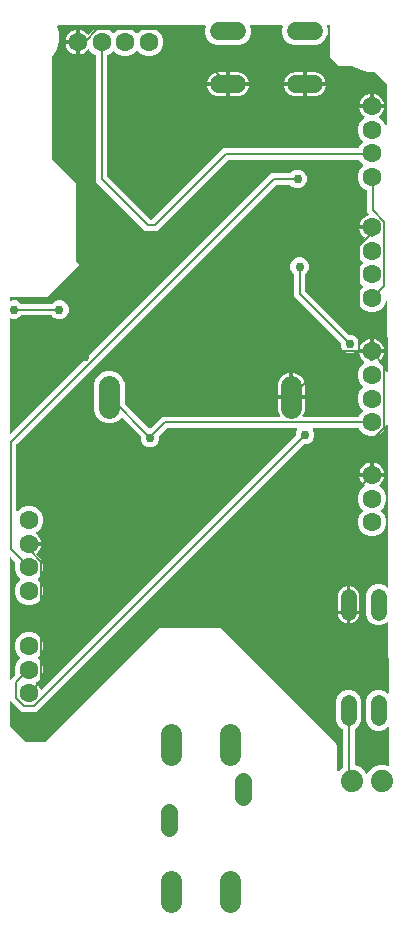
<source format=gbr>
G04 EAGLE Gerber RS-274X export*
G75*
%MOMM*%
%FSLAX34Y34*%
%LPD*%
%INBottom Copper*%
%IPPOS*%
%AMOC8*
5,1,8,0,0,1.08239X$1,22.5*%
G01*
%ADD10C,1.320800*%
%ADD11C,1.879600*%
%ADD12C,1.600000*%
%ADD13C,1.800000*%
%ADD14C,1.422400*%
%ADD15C,1.790700*%
%ADD16C,1.524000*%
%ADD17C,0.152400*%
%ADD18C,0.756400*%

G36*
X38389Y206223D02*
X38389Y206223D01*
X38464Y206229D01*
X38509Y206247D01*
X38556Y206257D01*
X38621Y206295D01*
X38691Y206325D01*
X38741Y206365D01*
X38768Y206381D01*
X38785Y206400D01*
X38822Y206430D01*
X253296Y420904D01*
X253349Y420978D01*
X253409Y421048D01*
X253421Y421078D01*
X253440Y421104D01*
X253467Y421191D01*
X253501Y421276D01*
X253505Y421317D01*
X253512Y421339D01*
X253511Y421371D01*
X253519Y421443D01*
X253519Y423709D01*
X254714Y426593D01*
X254811Y426690D01*
X254853Y426748D01*
X254902Y426800D01*
X254924Y426847D01*
X254954Y426889D01*
X254975Y426958D01*
X255006Y427023D01*
X255011Y427075D01*
X255027Y427124D01*
X255025Y427196D01*
X255033Y427267D01*
X255022Y427318D01*
X255020Y427370D01*
X254996Y427438D01*
X254980Y427508D01*
X254954Y427553D01*
X254936Y427601D01*
X254891Y427657D01*
X254854Y427719D01*
X254815Y427753D01*
X254782Y427793D01*
X254722Y427832D01*
X254667Y427879D01*
X254619Y427898D01*
X254575Y427926D01*
X254506Y427944D01*
X254439Y427971D01*
X254368Y427979D01*
X254337Y427987D01*
X254313Y427985D01*
X254273Y427989D01*
X144809Y427989D01*
X144719Y427975D01*
X144628Y427967D01*
X144598Y427955D01*
X144566Y427950D01*
X144485Y427907D01*
X144401Y427871D01*
X144369Y427845D01*
X144349Y427834D01*
X144326Y427811D01*
X144270Y427766D01*
X138372Y421868D01*
X138319Y421794D01*
X138259Y421724D01*
X138247Y421694D01*
X138228Y421668D01*
X138201Y421581D01*
X138167Y421496D01*
X138163Y421455D01*
X138156Y421433D01*
X138157Y421401D01*
X138149Y421329D01*
X138149Y418301D01*
X136954Y415417D01*
X134747Y413210D01*
X131863Y412015D01*
X128741Y412015D01*
X125857Y413210D01*
X123650Y415417D01*
X122455Y418301D01*
X122455Y420567D01*
X122441Y420657D01*
X122433Y420748D01*
X122421Y420778D01*
X122416Y420810D01*
X122373Y420891D01*
X122337Y420975D01*
X122311Y421007D01*
X122300Y421027D01*
X122277Y421050D01*
X122232Y421106D01*
X106635Y436703D01*
X106619Y436714D01*
X106607Y436730D01*
X106519Y436786D01*
X106436Y436846D01*
X106417Y436852D01*
X106400Y436863D01*
X106299Y436888D01*
X106201Y436918D01*
X106181Y436918D01*
X106161Y436923D01*
X106058Y436915D01*
X105955Y436912D01*
X105936Y436905D01*
X105916Y436904D01*
X105821Y436863D01*
X105724Y436828D01*
X105708Y436815D01*
X105690Y436807D01*
X105559Y436703D01*
X103121Y434264D01*
X98319Y432275D01*
X93121Y432275D01*
X88319Y434264D01*
X84644Y437939D01*
X82655Y442741D01*
X82655Y465939D01*
X84644Y470741D01*
X88319Y474416D01*
X93121Y476405D01*
X98319Y476405D01*
X103121Y474416D01*
X106796Y470741D01*
X108785Y465939D01*
X108785Y448521D01*
X108799Y448431D01*
X108807Y448340D01*
X108819Y448310D01*
X108824Y448278D01*
X108867Y448197D01*
X108903Y448113D01*
X108929Y448081D01*
X108940Y448061D01*
X108963Y448038D01*
X109008Y447982D01*
X129058Y427932D01*
X129132Y427879D01*
X129202Y427819D01*
X129232Y427807D01*
X129258Y427788D01*
X129345Y427761D01*
X129430Y427727D01*
X129471Y427723D01*
X129493Y427716D01*
X129525Y427717D01*
X129597Y427709D01*
X130245Y427709D01*
X130335Y427723D01*
X130426Y427731D01*
X130456Y427743D01*
X130488Y427748D01*
X130569Y427791D01*
X130653Y427827D01*
X130685Y427853D01*
X130705Y427864D01*
X130728Y427887D01*
X130784Y427932D01*
X140495Y437643D01*
X239553Y437643D01*
X239565Y437645D01*
X239577Y437643D01*
X239686Y437664D01*
X239796Y437682D01*
X239807Y437688D01*
X239818Y437690D01*
X239915Y437745D01*
X240013Y437798D01*
X240022Y437806D01*
X240032Y437812D01*
X240106Y437895D01*
X240183Y437976D01*
X240188Y437987D01*
X240196Y437996D01*
X240239Y438098D01*
X240286Y438199D01*
X240288Y438211D01*
X240292Y438222D01*
X240301Y438333D01*
X240313Y438443D01*
X240311Y438455D01*
X240312Y438467D01*
X240285Y438575D01*
X240261Y438684D01*
X240255Y438694D01*
X240252Y438706D01*
X240169Y438851D01*
X239849Y439291D01*
X239025Y440910D01*
X238463Y442638D01*
X238179Y444432D01*
X238179Y452817D01*
X248958Y452817D01*
X248978Y452820D01*
X248997Y452818D01*
X249099Y452840D01*
X249201Y452857D01*
X249218Y452866D01*
X249238Y452870D01*
X249327Y452923D01*
X249418Y452972D01*
X249432Y452986D01*
X249449Y452996D01*
X249516Y453075D01*
X249587Y453150D01*
X249596Y453168D01*
X249609Y453183D01*
X249647Y453279D01*
X249691Y453373D01*
X249693Y453393D01*
X249701Y453411D01*
X249719Y453578D01*
X249719Y454341D01*
X249721Y454341D01*
X249721Y453578D01*
X249724Y453558D01*
X249722Y453539D01*
X249744Y453437D01*
X249761Y453335D01*
X249770Y453318D01*
X249774Y453298D01*
X249827Y453209D01*
X249876Y453118D01*
X249890Y453104D01*
X249900Y453087D01*
X249979Y453020D01*
X250054Y452949D01*
X250072Y452940D01*
X250087Y452927D01*
X250183Y452888D01*
X250277Y452845D01*
X250297Y452843D01*
X250315Y452835D01*
X250482Y452817D01*
X261261Y452817D01*
X261261Y444432D01*
X260977Y442638D01*
X260415Y440910D01*
X259591Y439291D01*
X259271Y438851D01*
X259266Y438841D01*
X259257Y438832D01*
X259210Y438731D01*
X259160Y438632D01*
X259159Y438620D01*
X259154Y438609D01*
X259141Y438498D01*
X259126Y438388D01*
X259128Y438376D01*
X259127Y438365D01*
X259150Y438256D01*
X259170Y438146D01*
X259176Y438136D01*
X259179Y438124D01*
X259236Y438029D01*
X259290Y437931D01*
X259299Y437923D01*
X259305Y437913D01*
X259390Y437841D01*
X259472Y437766D01*
X259483Y437761D01*
X259492Y437753D01*
X259595Y437711D01*
X259697Y437667D01*
X259709Y437666D01*
X259720Y437661D01*
X259887Y437643D01*
X306267Y437643D01*
X306382Y437662D01*
X306498Y437679D01*
X306504Y437681D01*
X306510Y437682D01*
X306613Y437737D01*
X306718Y437790D01*
X306722Y437795D01*
X306728Y437798D01*
X306807Y437882D01*
X306890Y437966D01*
X306893Y437972D01*
X306897Y437976D01*
X306905Y437993D01*
X306971Y438113D01*
X307692Y439854D01*
X310320Y442482D01*
X310331Y442498D01*
X310347Y442510D01*
X310403Y442598D01*
X310463Y442681D01*
X310469Y442700D01*
X310480Y442717D01*
X310505Y442818D01*
X310536Y442917D01*
X310535Y442936D01*
X310540Y442956D01*
X310532Y443059D01*
X310529Y443162D01*
X310522Y443181D01*
X310521Y443201D01*
X310480Y443296D01*
X310445Y443393D01*
X310432Y443409D01*
X310424Y443427D01*
X310320Y443558D01*
X307692Y446186D01*
X305855Y450620D01*
X305855Y455420D01*
X307692Y459854D01*
X310320Y462482D01*
X310331Y462498D01*
X310347Y462510D01*
X310403Y462598D01*
X310463Y462681D01*
X310469Y462700D01*
X310480Y462717D01*
X310505Y462818D01*
X310536Y462917D01*
X310535Y462936D01*
X310540Y462956D01*
X310532Y463059D01*
X310529Y463162D01*
X310522Y463181D01*
X310521Y463201D01*
X310480Y463296D01*
X310445Y463393D01*
X310432Y463409D01*
X310424Y463427D01*
X310320Y463558D01*
X307692Y466186D01*
X305855Y470620D01*
X305855Y475420D01*
X307692Y479854D01*
X311086Y483248D01*
X311327Y483348D01*
X311417Y483403D01*
X311509Y483455D01*
X311521Y483468D01*
X311537Y483478D01*
X311604Y483559D01*
X311674Y483636D01*
X311682Y483653D01*
X311693Y483667D01*
X311731Y483765D01*
X311773Y483862D01*
X311775Y483880D01*
X311782Y483897D01*
X311786Y484002D01*
X311795Y484107D01*
X311791Y484124D01*
X311792Y484142D01*
X311763Y484243D01*
X311738Y484346D01*
X311729Y484361D01*
X311723Y484379D01*
X311664Y484465D01*
X311608Y484554D01*
X311591Y484569D01*
X311583Y484581D01*
X311558Y484600D01*
X311484Y484667D01*
X311053Y484980D01*
X309880Y486153D01*
X308905Y487495D01*
X308152Y488974D01*
X307639Y490552D01*
X307489Y491497D01*
X316397Y491497D01*
X316397Y485846D01*
X316400Y485826D01*
X316398Y485807D01*
X316420Y485705D01*
X316437Y485603D01*
X316446Y485586D01*
X316450Y485566D01*
X316503Y485477D01*
X316552Y485386D01*
X316566Y485372D01*
X316576Y485355D01*
X316655Y485288D01*
X316730Y485216D01*
X316748Y485208D01*
X316763Y485195D01*
X316859Y485156D01*
X316953Y485113D01*
X316973Y485111D01*
X316991Y485103D01*
X317158Y485085D01*
X318682Y485085D01*
X318702Y485088D01*
X318721Y485086D01*
X318823Y485108D01*
X318925Y485124D01*
X318942Y485134D01*
X318962Y485138D01*
X319051Y485191D01*
X319142Y485240D01*
X319156Y485254D01*
X319173Y485264D01*
X319240Y485343D01*
X319311Y485418D01*
X319320Y485436D01*
X319333Y485451D01*
X319372Y485547D01*
X319415Y485641D01*
X319417Y485661D01*
X319425Y485679D01*
X319443Y485846D01*
X319443Y491497D01*
X328351Y491497D01*
X328201Y490552D01*
X327688Y488974D01*
X326935Y487495D01*
X325960Y486153D01*
X324787Y484980D01*
X324356Y484667D01*
X324283Y484593D01*
X324205Y484521D01*
X324196Y484505D01*
X324183Y484492D01*
X324137Y484398D01*
X324086Y484306D01*
X324083Y484288D01*
X324075Y484272D01*
X324061Y484167D01*
X324043Y484064D01*
X324045Y484046D01*
X324043Y484028D01*
X324063Y483925D01*
X324078Y483820D01*
X324087Y483804D01*
X324090Y483786D01*
X324142Y483695D01*
X324190Y483601D01*
X324203Y483588D01*
X324212Y483573D01*
X324291Y483502D01*
X324366Y483429D01*
X324385Y483418D01*
X324396Y483409D01*
X324425Y483396D01*
X324513Y483348D01*
X324754Y483248D01*
X328148Y479854D01*
X329822Y475812D01*
X329874Y475728D01*
X329921Y475642D01*
X329939Y475624D01*
X329952Y475603D01*
X330028Y475540D01*
X330099Y475473D01*
X330122Y475462D01*
X330141Y475446D01*
X330233Y475411D01*
X330323Y475370D01*
X330348Y475367D01*
X330371Y475358D01*
X330469Y475354D01*
X330567Y475344D01*
X330592Y475349D01*
X330617Y475348D01*
X330711Y475375D01*
X330808Y475397D01*
X330829Y475409D01*
X330853Y475416D01*
X330934Y475473D01*
X331018Y475523D01*
X331034Y475542D01*
X331055Y475557D01*
X331114Y475636D01*
X331178Y475711D01*
X331187Y475734D01*
X331202Y475754D01*
X331232Y475848D01*
X331269Y475939D01*
X331272Y475970D01*
X331278Y475988D01*
X331278Y476021D01*
X331287Y476106D01*
X331096Y534520D01*
X331081Y534614D01*
X331072Y534710D01*
X331060Y534735D01*
X331056Y534762D01*
X331011Y534847D01*
X330972Y534935D01*
X330953Y534955D01*
X330940Y534979D01*
X330870Y535045D01*
X330805Y535116D01*
X330781Y535129D01*
X330761Y535148D01*
X330674Y535188D01*
X330590Y535235D01*
X330563Y535239D01*
X330538Y535251D01*
X330442Y535261D01*
X330348Y535278D01*
X330321Y535274D01*
X330293Y535277D01*
X330200Y535256D01*
X330104Y535242D01*
X330080Y535230D01*
X330053Y535224D01*
X329971Y535175D01*
X329885Y535131D01*
X329866Y535111D01*
X329842Y535097D01*
X329780Y535024D01*
X329713Y534955D01*
X329696Y534925D01*
X329683Y534910D01*
X329671Y534879D01*
X329632Y534808D01*
X328148Y531226D01*
X324754Y527832D01*
X320320Y525995D01*
X315520Y525995D01*
X311086Y527832D01*
X307692Y531226D01*
X305855Y535660D01*
X305855Y540460D01*
X307692Y544894D01*
X310320Y547522D01*
X310331Y547538D01*
X310347Y547550D01*
X310403Y547638D01*
X310463Y547721D01*
X310469Y547740D01*
X310480Y547757D01*
X310505Y547858D01*
X310536Y547957D01*
X310535Y547976D01*
X310540Y547996D01*
X310532Y548099D01*
X310529Y548202D01*
X310522Y548221D01*
X310521Y548241D01*
X310480Y548336D01*
X310445Y548433D01*
X310432Y548449D01*
X310424Y548467D01*
X310320Y548598D01*
X307692Y551226D01*
X305855Y555660D01*
X305855Y560460D01*
X307692Y564894D01*
X310320Y567522D01*
X310331Y567538D01*
X310347Y567550D01*
X310403Y567638D01*
X310463Y567721D01*
X310469Y567740D01*
X310480Y567757D01*
X310505Y567858D01*
X310536Y567957D01*
X310535Y567976D01*
X310540Y567996D01*
X310532Y568099D01*
X310529Y568202D01*
X310522Y568221D01*
X310521Y568241D01*
X310480Y568336D01*
X310445Y568433D01*
X310432Y568449D01*
X310424Y568467D01*
X310320Y568598D01*
X307692Y571226D01*
X305855Y575660D01*
X305855Y580460D01*
X307692Y584894D01*
X311086Y588288D01*
X311327Y588388D01*
X311417Y588443D01*
X311509Y588495D01*
X311521Y588508D01*
X311537Y588518D01*
X311604Y588599D01*
X311674Y588676D01*
X311682Y588693D01*
X311693Y588707D01*
X311731Y588805D01*
X311773Y588902D01*
X311775Y588920D01*
X311782Y588937D01*
X311786Y589042D01*
X311795Y589147D01*
X311791Y589164D01*
X311792Y589182D01*
X311763Y589284D01*
X311738Y589386D01*
X311729Y589401D01*
X311723Y589419D01*
X311663Y589505D01*
X311608Y589594D01*
X311591Y589609D01*
X311583Y589621D01*
X311558Y589640D01*
X311484Y589707D01*
X311053Y590020D01*
X309880Y591193D01*
X308905Y592535D01*
X308152Y594014D01*
X307639Y595592D01*
X307489Y596537D01*
X316397Y596537D01*
X316397Y590886D01*
X316400Y590866D01*
X316398Y590847D01*
X316420Y590745D01*
X316437Y590643D01*
X316446Y590626D01*
X316450Y590606D01*
X316503Y590517D01*
X316552Y590426D01*
X316566Y590412D01*
X316576Y590395D01*
X316655Y590328D01*
X316730Y590256D01*
X316748Y590248D01*
X316763Y590235D01*
X316859Y590196D01*
X316953Y590153D01*
X316973Y590151D01*
X316991Y590143D01*
X317158Y590125D01*
X318682Y590125D01*
X318702Y590128D01*
X318721Y590126D01*
X318823Y590148D01*
X318925Y590164D01*
X318942Y590174D01*
X318962Y590178D01*
X319051Y590231D01*
X319142Y590280D01*
X319156Y590294D01*
X319173Y590304D01*
X319240Y590383D01*
X319311Y590458D01*
X319320Y590476D01*
X319333Y590491D01*
X319372Y590587D01*
X319415Y590681D01*
X319417Y590701D01*
X319425Y590719D01*
X319443Y590886D01*
X319443Y597298D01*
X319440Y597318D01*
X319442Y597337D01*
X319420Y597439D01*
X319403Y597541D01*
X319394Y597558D01*
X319390Y597578D01*
X319337Y597667D01*
X319288Y597758D01*
X319274Y597772D01*
X319264Y597789D01*
X319185Y597856D01*
X319110Y597927D01*
X319092Y597936D01*
X319077Y597949D01*
X318981Y597987D01*
X318887Y598031D01*
X318867Y598033D01*
X318849Y598041D01*
X318682Y598059D01*
X317919Y598059D01*
X317919Y598822D01*
X317916Y598842D01*
X317918Y598861D01*
X317896Y598963D01*
X317879Y599065D01*
X317870Y599082D01*
X317866Y599102D01*
X317813Y599191D01*
X317764Y599282D01*
X317750Y599296D01*
X317740Y599313D01*
X317661Y599380D01*
X317586Y599451D01*
X317568Y599460D01*
X317553Y599473D01*
X317457Y599512D01*
X317363Y599555D01*
X317343Y599557D01*
X317325Y599565D01*
X317158Y599583D01*
X307489Y599583D01*
X307639Y600528D01*
X308152Y602106D01*
X308905Y603585D01*
X309880Y604927D01*
X311053Y606100D01*
X312395Y607075D01*
X313874Y607828D01*
X314682Y608091D01*
X314749Y608126D01*
X314820Y608152D01*
X314857Y608182D01*
X314900Y608204D01*
X314953Y608258D01*
X315012Y608305D01*
X315038Y608346D01*
X315071Y608380D01*
X315104Y608449D01*
X315145Y608512D01*
X315157Y608559D01*
X315177Y608602D01*
X315187Y608677D01*
X315205Y608751D01*
X315201Y608799D01*
X315207Y608847D01*
X315192Y608921D01*
X315186Y608996D01*
X315167Y609040D01*
X315157Y609087D01*
X315119Y609153D01*
X315090Y609222D01*
X315049Y609273D01*
X315033Y609300D01*
X315014Y609317D01*
X314985Y609353D01*
X313689Y610649D01*
X313689Y628745D01*
X313670Y628860D01*
X313653Y628976D01*
X313651Y628982D01*
X313650Y628988D01*
X313595Y629090D01*
X313542Y629195D01*
X313537Y629200D01*
X313534Y629205D01*
X313450Y629285D01*
X313366Y629367D01*
X313360Y629371D01*
X313356Y629375D01*
X313339Y629382D01*
X313219Y629448D01*
X311086Y630332D01*
X307692Y633726D01*
X305855Y638160D01*
X305855Y642960D01*
X307692Y647394D01*
X310320Y650022D01*
X310331Y650038D01*
X310347Y650050D01*
X310403Y650138D01*
X310463Y650221D01*
X310469Y650240D01*
X310480Y650257D01*
X310505Y650358D01*
X310536Y650457D01*
X310535Y650476D01*
X310540Y650496D01*
X310532Y650599D01*
X310529Y650702D01*
X310522Y650721D01*
X310521Y650741D01*
X310480Y650836D01*
X310445Y650933D01*
X310432Y650949D01*
X310424Y650967D01*
X310320Y651098D01*
X307692Y653726D01*
X307332Y654595D01*
X307270Y654695D01*
X307210Y654795D01*
X307206Y654799D01*
X307202Y654804D01*
X307112Y654879D01*
X307023Y654955D01*
X307018Y654957D01*
X307013Y654961D01*
X306904Y655003D01*
X306795Y655047D01*
X306788Y655048D01*
X306783Y655049D01*
X306765Y655050D01*
X306629Y655065D01*
X196625Y655065D01*
X196535Y655051D01*
X196444Y655043D01*
X196414Y655031D01*
X196382Y655026D01*
X196301Y654983D01*
X196217Y654947D01*
X196185Y654921D01*
X196165Y654910D01*
X196142Y654887D01*
X196086Y654842D01*
X136111Y594867D01*
X126017Y594867D01*
X84327Y636557D01*
X84327Y743193D01*
X84308Y743308D01*
X84291Y743424D01*
X84289Y743430D01*
X84288Y743436D01*
X84233Y743538D01*
X84180Y743643D01*
X84175Y743648D01*
X84172Y743653D01*
X84088Y743733D01*
X84004Y743815D01*
X83998Y743819D01*
X83994Y743822D01*
X83977Y743830D01*
X83857Y743896D01*
X82226Y744572D01*
X78832Y747966D01*
X78732Y748207D01*
X78677Y748297D01*
X78625Y748389D01*
X78612Y748401D01*
X78602Y748417D01*
X78521Y748484D01*
X78444Y748554D01*
X78427Y748562D01*
X78413Y748573D01*
X78315Y748611D01*
X78218Y748653D01*
X78200Y748655D01*
X78183Y748662D01*
X78078Y748666D01*
X77973Y748675D01*
X77956Y748671D01*
X77938Y748672D01*
X77837Y748643D01*
X77734Y748618D01*
X77719Y748609D01*
X77701Y748603D01*
X77615Y748544D01*
X77526Y748488D01*
X77511Y748471D01*
X77499Y748463D01*
X77480Y748438D01*
X77413Y748364D01*
X77100Y747933D01*
X75927Y746760D01*
X74585Y745785D01*
X73106Y745032D01*
X71528Y744519D01*
X70583Y744369D01*
X70583Y753277D01*
X76234Y753277D01*
X76254Y753280D01*
X76273Y753278D01*
X76375Y753300D01*
X76477Y753317D01*
X76494Y753326D01*
X76514Y753330D01*
X76603Y753383D01*
X76694Y753432D01*
X76708Y753446D01*
X76725Y753456D01*
X76792Y753535D01*
X76864Y753610D01*
X76872Y753628D01*
X76885Y753643D01*
X76924Y753739D01*
X76967Y753833D01*
X76969Y753853D01*
X76977Y753871D01*
X76995Y754038D01*
X76995Y755562D01*
X76992Y755582D01*
X76994Y755601D01*
X76972Y755703D01*
X76956Y755805D01*
X76946Y755822D01*
X76942Y755842D01*
X76889Y755931D01*
X76840Y756022D01*
X76826Y756036D01*
X76816Y756053D01*
X76737Y756120D01*
X76662Y756191D01*
X76644Y756200D01*
X76629Y756213D01*
X76533Y756252D01*
X76439Y756295D01*
X76419Y756297D01*
X76401Y756305D01*
X76234Y756323D01*
X70583Y756323D01*
X70583Y765231D01*
X71528Y765081D01*
X73106Y764568D01*
X74585Y763815D01*
X75927Y762840D01*
X77100Y761667D01*
X77413Y761236D01*
X77488Y761162D01*
X77559Y761085D01*
X77575Y761076D01*
X77588Y761063D01*
X77682Y761017D01*
X77774Y760966D01*
X77792Y760963D01*
X77808Y760955D01*
X77913Y760941D01*
X78016Y760923D01*
X78034Y760925D01*
X78052Y760923D01*
X78156Y760943D01*
X78260Y760958D01*
X78276Y760967D01*
X78294Y760970D01*
X78385Y761022D01*
X78479Y761070D01*
X78492Y761083D01*
X78507Y761092D01*
X78577Y761170D01*
X78651Y761246D01*
X78662Y761265D01*
X78671Y761275D01*
X78684Y761305D01*
X78732Y761393D01*
X78832Y761634D01*
X82226Y765028D01*
X86660Y766865D01*
X91460Y766865D01*
X95894Y765028D01*
X98522Y762400D01*
X98538Y762389D01*
X98550Y762373D01*
X98638Y762317D01*
X98721Y762257D01*
X98740Y762251D01*
X98757Y762240D01*
X98858Y762215D01*
X98957Y762184D01*
X98976Y762185D01*
X98996Y762180D01*
X99099Y762188D01*
X99202Y762191D01*
X99221Y762198D01*
X99241Y762199D01*
X99336Y762240D01*
X99433Y762275D01*
X99449Y762288D01*
X99467Y762296D01*
X99598Y762400D01*
X102226Y765028D01*
X106660Y766865D01*
X111460Y766865D01*
X115894Y765028D01*
X118522Y762400D01*
X118538Y762389D01*
X118550Y762373D01*
X118638Y762317D01*
X118721Y762257D01*
X118740Y762251D01*
X118757Y762240D01*
X118858Y762215D01*
X118957Y762184D01*
X118976Y762185D01*
X118996Y762180D01*
X119099Y762188D01*
X119202Y762191D01*
X119221Y762198D01*
X119241Y762199D01*
X119336Y762240D01*
X119433Y762275D01*
X119449Y762288D01*
X119467Y762296D01*
X119598Y762400D01*
X122226Y765028D01*
X126660Y766865D01*
X131460Y766865D01*
X135894Y765028D01*
X139288Y761634D01*
X141125Y757200D01*
X141125Y752400D01*
X139288Y747966D01*
X135894Y744572D01*
X131460Y742735D01*
X126660Y742735D01*
X122226Y744572D01*
X119598Y747200D01*
X119582Y747211D01*
X119570Y747227D01*
X119482Y747283D01*
X119399Y747343D01*
X119380Y747349D01*
X119363Y747360D01*
X119262Y747385D01*
X119163Y747416D01*
X119144Y747415D01*
X119124Y747420D01*
X119021Y747412D01*
X118918Y747409D01*
X118899Y747402D01*
X118879Y747401D01*
X118784Y747360D01*
X118687Y747325D01*
X118671Y747312D01*
X118653Y747304D01*
X118522Y747200D01*
X115894Y744572D01*
X111460Y742735D01*
X106660Y742735D01*
X102226Y744572D01*
X99598Y747200D01*
X99582Y747211D01*
X99570Y747227D01*
X99482Y747283D01*
X99399Y747343D01*
X99380Y747349D01*
X99363Y747360D01*
X99262Y747385D01*
X99163Y747416D01*
X99144Y747415D01*
X99124Y747420D01*
X99021Y747412D01*
X98918Y747409D01*
X98899Y747402D01*
X98879Y747401D01*
X98784Y747360D01*
X98687Y747325D01*
X98671Y747312D01*
X98653Y747304D01*
X98522Y747200D01*
X95894Y744572D01*
X94451Y743974D01*
X94351Y743912D01*
X94251Y743853D01*
X94247Y743848D01*
X94242Y743845D01*
X94167Y743754D01*
X94091Y743666D01*
X94089Y743660D01*
X94085Y743655D01*
X94043Y743547D01*
X93999Y743438D01*
X93998Y743430D01*
X93997Y743425D01*
X93996Y743407D01*
X93981Y743271D01*
X93981Y640871D01*
X93995Y640781D01*
X94003Y640690D01*
X94015Y640660D01*
X94020Y640628D01*
X94063Y640547D01*
X94099Y640463D01*
X94125Y640431D01*
X94136Y640411D01*
X94159Y640388D01*
X94204Y640332D01*
X129792Y604744D01*
X129866Y604691D01*
X129936Y604631D01*
X129966Y604619D01*
X129992Y604600D01*
X130079Y604573D01*
X130164Y604539D01*
X130205Y604535D01*
X130227Y604528D01*
X130259Y604529D01*
X130331Y604521D01*
X131797Y604521D01*
X131887Y604535D01*
X131978Y604543D01*
X132008Y604555D01*
X132040Y604560D01*
X132121Y604603D01*
X132205Y604639D01*
X132237Y604665D01*
X132257Y604676D01*
X132280Y604699D01*
X132336Y604744D01*
X192311Y664719D01*
X306075Y664719D01*
X306190Y664738D01*
X306306Y664755D01*
X306312Y664757D01*
X306318Y664758D01*
X306421Y664813D01*
X306525Y664866D01*
X306530Y664871D01*
X306535Y664874D01*
X306615Y664958D01*
X306698Y665042D01*
X306701Y665048D01*
X306705Y665052D01*
X306712Y665069D01*
X306778Y665189D01*
X307692Y667394D01*
X310320Y670022D01*
X310331Y670038D01*
X310347Y670050D01*
X310403Y670138D01*
X310463Y670221D01*
X310469Y670240D01*
X310480Y670257D01*
X310505Y670358D01*
X310536Y670457D01*
X310535Y670476D01*
X310540Y670496D01*
X310532Y670599D01*
X310529Y670702D01*
X310522Y670721D01*
X310521Y670741D01*
X310480Y670836D01*
X310445Y670933D01*
X310432Y670949D01*
X310424Y670967D01*
X310320Y671098D01*
X307692Y673726D01*
X305855Y678160D01*
X305855Y682960D01*
X307692Y687394D01*
X311086Y690788D01*
X311327Y690888D01*
X311417Y690943D01*
X311509Y690995D01*
X311521Y691008D01*
X311537Y691018D01*
X311604Y691099D01*
X311674Y691176D01*
X311682Y691193D01*
X311693Y691207D01*
X311731Y691305D01*
X311773Y691402D01*
X311775Y691420D01*
X311782Y691437D01*
X311786Y691542D01*
X311795Y691647D01*
X311791Y691664D01*
X311792Y691682D01*
X311763Y691784D01*
X311738Y691886D01*
X311729Y691901D01*
X311723Y691919D01*
X311663Y692005D01*
X311608Y692094D01*
X311591Y692109D01*
X311583Y692121D01*
X311558Y692140D01*
X311484Y692207D01*
X311053Y692520D01*
X309880Y693693D01*
X308905Y695035D01*
X308152Y696514D01*
X307639Y698092D01*
X307489Y699037D01*
X317158Y699037D01*
X317178Y699040D01*
X317197Y699038D01*
X317299Y699060D01*
X317401Y699077D01*
X317418Y699086D01*
X317438Y699090D01*
X317527Y699143D01*
X317618Y699192D01*
X317632Y699206D01*
X317649Y699216D01*
X317716Y699295D01*
X317787Y699370D01*
X317796Y699388D01*
X317809Y699403D01*
X317847Y699499D01*
X317891Y699593D01*
X317893Y699613D01*
X317901Y699631D01*
X317919Y699798D01*
X317919Y700561D01*
X317921Y700561D01*
X317921Y699798D01*
X317924Y699778D01*
X317922Y699759D01*
X317944Y699657D01*
X317961Y699555D01*
X317970Y699538D01*
X317974Y699518D01*
X318027Y699429D01*
X318076Y699338D01*
X318090Y699324D01*
X318100Y699307D01*
X318179Y699240D01*
X318254Y699169D01*
X318272Y699160D01*
X318287Y699147D01*
X318383Y699108D01*
X318477Y699065D01*
X318497Y699063D01*
X318515Y699055D01*
X318682Y699037D01*
X328351Y699037D01*
X328201Y698092D01*
X327688Y696514D01*
X326935Y695035D01*
X325960Y693693D01*
X324787Y692520D01*
X324356Y692207D01*
X324283Y692133D01*
X324205Y692061D01*
X324196Y692045D01*
X324183Y692032D01*
X324137Y691938D01*
X324086Y691846D01*
X324083Y691828D01*
X324075Y691812D01*
X324061Y691707D01*
X324043Y691604D01*
X324045Y691586D01*
X324043Y691568D01*
X324063Y691465D01*
X324078Y691360D01*
X324087Y691344D01*
X324090Y691326D01*
X324142Y691235D01*
X324190Y691141D01*
X324203Y691128D01*
X324212Y691113D01*
X324291Y691042D01*
X324366Y690969D01*
X324385Y690958D01*
X324396Y690949D01*
X324425Y690936D01*
X324513Y690888D01*
X324754Y690788D01*
X328148Y687394D01*
X329141Y684997D01*
X329193Y684913D01*
X329239Y684826D01*
X329257Y684809D01*
X329271Y684788D01*
X329346Y684725D01*
X329418Y684657D01*
X329441Y684647D01*
X329460Y684631D01*
X329552Y684596D01*
X329642Y684555D01*
X329666Y684552D01*
X329690Y684543D01*
X329788Y684539D01*
X329886Y684528D01*
X329910Y684534D01*
X329935Y684533D01*
X330030Y684560D01*
X330126Y684581D01*
X330148Y684594D01*
X330172Y684601D01*
X330253Y684657D01*
X330337Y684708D01*
X330353Y684727D01*
X330374Y684741D01*
X330432Y684820D01*
X330496Y684896D01*
X330506Y684919D01*
X330520Y684939D01*
X330551Y685032D01*
X330588Y685124D01*
X330591Y685155D01*
X330597Y685173D01*
X330596Y685206D01*
X330605Y685291D01*
X330495Y719289D01*
X330480Y719378D01*
X330473Y719467D01*
X330460Y719498D01*
X330454Y719532D01*
X330412Y719611D01*
X330377Y719694D01*
X330350Y719727D01*
X330338Y719749D01*
X330315Y719770D01*
X330272Y719825D01*
X320510Y729586D01*
X320436Y729639D01*
X320367Y729699D01*
X320337Y729711D01*
X320311Y729730D01*
X320224Y729757D01*
X320139Y729791D01*
X320098Y729795D01*
X320075Y729802D01*
X320043Y729801D01*
X319972Y729809D01*
X313611Y729809D01*
X306716Y731657D01*
X301411Y734719D01*
X301305Y734760D01*
X301197Y734803D01*
X301187Y734804D01*
X301181Y734806D01*
X301159Y734807D01*
X301031Y734821D01*
X289875Y734821D01*
X282701Y741995D01*
X282701Y768256D01*
X282698Y768276D01*
X282700Y768295D01*
X282678Y768397D01*
X282662Y768499D01*
X282652Y768516D01*
X282648Y768536D01*
X282595Y768625D01*
X282546Y768716D01*
X282532Y768730D01*
X282522Y768747D01*
X282443Y768814D01*
X282368Y768886D01*
X282350Y768894D01*
X282335Y768907D01*
X282239Y768946D01*
X282145Y768989D01*
X282125Y768991D01*
X282107Y768999D01*
X281940Y769017D01*
X280559Y769017D01*
X280514Y769010D01*
X280468Y769012D01*
X280393Y768990D01*
X280316Y768978D01*
X280276Y768956D01*
X280232Y768943D01*
X280168Y768899D01*
X280099Y768862D01*
X280067Y768829D01*
X280030Y768803D01*
X279983Y768741D01*
X279929Y768684D01*
X279910Y768642D01*
X279883Y768606D01*
X279859Y768532D01*
X279826Y768461D01*
X279821Y768415D01*
X279807Y768372D01*
X279807Y768294D01*
X279799Y768217D01*
X279809Y768172D01*
X279809Y768126D01*
X279847Y767994D01*
X279851Y767976D01*
X279854Y767972D01*
X279856Y767965D01*
X280417Y766610D01*
X280417Y761962D01*
X278638Y757667D01*
X275351Y754380D01*
X271056Y752601D01*
X251168Y752601D01*
X246873Y754380D01*
X243586Y757667D01*
X241807Y761962D01*
X241807Y766610D01*
X242368Y767965D01*
X242379Y768009D01*
X242398Y768051D01*
X242407Y768128D01*
X242424Y768204D01*
X242420Y768250D01*
X242425Y768295D01*
X242409Y768372D01*
X242401Y768449D01*
X242383Y768491D01*
X242373Y768536D01*
X242333Y768603D01*
X242301Y768674D01*
X242270Y768708D01*
X242247Y768747D01*
X242188Y768798D01*
X242135Y768855D01*
X242095Y768877D01*
X242060Y768907D01*
X241988Y768936D01*
X241919Y768973D01*
X241874Y768982D01*
X241832Y768999D01*
X241696Y769014D01*
X241677Y769017D01*
X241672Y769016D01*
X241665Y769017D01*
X215535Y769017D01*
X215490Y769010D01*
X215444Y769012D01*
X215369Y768990D01*
X215292Y768978D01*
X215252Y768956D01*
X215208Y768943D01*
X215144Y768899D01*
X215075Y768862D01*
X215043Y768829D01*
X215006Y768803D01*
X214959Y768741D01*
X214905Y768684D01*
X214886Y768642D01*
X214859Y768606D01*
X214835Y768532D01*
X214802Y768461D01*
X214797Y768415D01*
X214783Y768372D01*
X214783Y768294D01*
X214775Y768217D01*
X214785Y768172D01*
X214785Y768126D01*
X214823Y767994D01*
X214827Y767976D01*
X214830Y767972D01*
X214832Y767965D01*
X215393Y766610D01*
X215393Y761962D01*
X213614Y757667D01*
X210327Y754380D01*
X206032Y752601D01*
X186144Y752601D01*
X181849Y754380D01*
X178562Y757667D01*
X176783Y761962D01*
X176783Y766610D01*
X177344Y767965D01*
X177355Y768009D01*
X177374Y768051D01*
X177383Y768128D01*
X177400Y768204D01*
X177396Y768250D01*
X177401Y768295D01*
X177385Y768372D01*
X177377Y768449D01*
X177359Y768491D01*
X177349Y768536D01*
X177309Y768603D01*
X177277Y768674D01*
X177246Y768708D01*
X177223Y768747D01*
X177164Y768798D01*
X177111Y768855D01*
X177071Y768877D01*
X177036Y768907D01*
X176964Y768936D01*
X176895Y768973D01*
X176850Y768982D01*
X176808Y768999D01*
X176672Y769014D01*
X176653Y769017D01*
X176648Y769016D01*
X176641Y769017D01*
X52448Y769017D01*
X52331Y768998D01*
X52213Y768980D01*
X52210Y768978D01*
X52206Y768978D01*
X52100Y768922D01*
X51995Y768867D01*
X51992Y768864D01*
X51988Y768862D01*
X51906Y768776D01*
X51823Y768691D01*
X51822Y768687D01*
X51819Y768684D01*
X51769Y768576D01*
X51717Y768469D01*
X51717Y768465D01*
X51715Y768461D01*
X51702Y768343D01*
X51688Y768225D01*
X51688Y768220D01*
X51688Y768217D01*
X51691Y768203D01*
X51713Y768059D01*
X53061Y763029D01*
X53061Y755891D01*
X51213Y748996D01*
X47601Y742739D01*
X47560Y742632D01*
X47517Y742525D01*
X47516Y742515D01*
X47514Y742509D01*
X47513Y742486D01*
X47499Y742358D01*
X47499Y655320D01*
X47514Y655230D01*
X47521Y655139D01*
X47533Y655109D01*
X47539Y655077D01*
X47581Y654997D01*
X47617Y654913D01*
X47643Y654881D01*
X47654Y654860D01*
X47677Y654838D01*
X47722Y654782D01*
X67819Y634685D01*
X67819Y568960D01*
X67834Y568870D01*
X67841Y568779D01*
X67853Y568749D01*
X67859Y568717D01*
X67901Y568637D01*
X67937Y568553D01*
X67963Y568521D01*
X67974Y568500D01*
X67997Y568478D01*
X68042Y568422D01*
X70043Y566420D01*
X42865Y539241D01*
X12004Y539241D01*
X11984Y539238D01*
X11965Y539240D01*
X11863Y539218D01*
X11761Y539202D01*
X11744Y539192D01*
X11724Y539188D01*
X11635Y539135D01*
X11544Y539086D01*
X11530Y539072D01*
X11513Y539062D01*
X11446Y538983D01*
X11374Y538908D01*
X11366Y538890D01*
X11353Y538875D01*
X11314Y538779D01*
X11271Y538685D01*
X11269Y538665D01*
X11261Y538647D01*
X11243Y538480D01*
X11243Y536386D01*
X11250Y536341D01*
X11248Y536295D01*
X11270Y536220D01*
X11282Y536144D01*
X11304Y536103D01*
X11317Y536059D01*
X11361Y535995D01*
X11398Y535926D01*
X11431Y535895D01*
X11457Y535857D01*
X11519Y535810D01*
X11576Y535757D01*
X11618Y535737D01*
X11654Y535710D01*
X11728Y535686D01*
X11799Y535653D01*
X11845Y535648D01*
X11888Y535634D01*
X11966Y535635D01*
X12043Y535626D01*
X12088Y535636D01*
X12134Y535636D01*
X12266Y535674D01*
X12284Y535678D01*
X12288Y535681D01*
X12295Y535683D01*
X13463Y536167D01*
X16585Y536167D01*
X19469Y534972D01*
X21071Y533370D01*
X21145Y533317D01*
X21215Y533257D01*
X21245Y533245D01*
X21271Y533226D01*
X21358Y533199D01*
X21443Y533165D01*
X21484Y533161D01*
X21506Y533154D01*
X21538Y533155D01*
X21610Y533147D01*
X47008Y533147D01*
X47099Y533161D01*
X47189Y533169D01*
X47219Y533181D01*
X47251Y533186D01*
X47332Y533229D01*
X47416Y533265D01*
X47448Y533291D01*
X47469Y533302D01*
X47491Y533325D01*
X47547Y533370D01*
X49022Y534845D01*
X51906Y536040D01*
X55028Y536040D01*
X57912Y534845D01*
X60119Y532638D01*
X61314Y529754D01*
X61314Y526632D01*
X60119Y523748D01*
X57912Y521541D01*
X55028Y520346D01*
X51906Y520346D01*
X49022Y521541D01*
X47293Y523270D01*
X47219Y523323D01*
X47149Y523383D01*
X47119Y523395D01*
X47093Y523414D01*
X47006Y523441D01*
X46921Y523475D01*
X46880Y523479D01*
X46858Y523486D01*
X46826Y523485D01*
X46754Y523493D01*
X21610Y523493D01*
X21519Y523479D01*
X21429Y523471D01*
X21399Y523459D01*
X21367Y523454D01*
X21286Y523411D01*
X21202Y523375D01*
X21170Y523349D01*
X21149Y523338D01*
X21127Y523315D01*
X21071Y523270D01*
X19469Y521668D01*
X16585Y520473D01*
X13463Y520473D01*
X12295Y520957D01*
X12251Y520968D01*
X12209Y520987D01*
X12132Y520995D01*
X12056Y521013D01*
X12010Y521009D01*
X11965Y521014D01*
X11888Y520997D01*
X11811Y520990D01*
X11769Y520971D01*
X11724Y520962D01*
X11657Y520922D01*
X11586Y520890D01*
X11552Y520859D01*
X11513Y520836D01*
X11462Y520776D01*
X11405Y520724D01*
X11383Y520683D01*
X11353Y520649D01*
X11324Y520576D01*
X11287Y520508D01*
X11278Y520463D01*
X11261Y520420D01*
X11246Y520285D01*
X11243Y520266D01*
X11244Y520261D01*
X11243Y520254D01*
X11243Y424021D01*
X11254Y423950D01*
X11256Y423878D01*
X11274Y423829D01*
X11282Y423778D01*
X11316Y423714D01*
X11341Y423647D01*
X11373Y423606D01*
X11398Y423560D01*
X11450Y423511D01*
X11494Y423455D01*
X11538Y423427D01*
X11576Y423391D01*
X11641Y423361D01*
X11701Y423322D01*
X11752Y423309D01*
X11799Y423287D01*
X11870Y423280D01*
X11940Y423262D01*
X11992Y423266D01*
X12043Y423260D01*
X12114Y423276D01*
X12185Y423281D01*
X12233Y423302D01*
X12284Y423313D01*
X12345Y423349D01*
X12411Y423377D01*
X12467Y423422D01*
X12495Y423439D01*
X12510Y423457D01*
X12542Y423482D01*
X232697Y643637D01*
X248430Y643637D01*
X248521Y643651D01*
X248611Y643659D01*
X248641Y643671D01*
X248673Y643676D01*
X248754Y643719D01*
X248838Y643755D01*
X248870Y643781D01*
X248891Y643792D01*
X248913Y643815D01*
X248969Y643860D01*
X250571Y645462D01*
X253455Y646657D01*
X256577Y646657D01*
X259461Y645462D01*
X261668Y643255D01*
X262863Y640371D01*
X262863Y637249D01*
X261668Y634365D01*
X259461Y632158D01*
X256577Y630963D01*
X253455Y630963D01*
X250571Y632158D01*
X248969Y633760D01*
X248895Y633813D01*
X248825Y633873D01*
X248795Y633885D01*
X248769Y633904D01*
X248682Y633931D01*
X248597Y633965D01*
X248556Y633969D01*
X248534Y633976D01*
X248502Y633975D01*
X248430Y633983D01*
X237011Y633983D01*
X236921Y633969D01*
X236830Y633961D01*
X236800Y633949D01*
X236768Y633944D01*
X236687Y633901D01*
X236603Y633865D01*
X236571Y633839D01*
X236551Y633828D01*
X236528Y633805D01*
X236472Y633760D01*
X17242Y414530D01*
X17189Y414456D01*
X17129Y414386D01*
X17117Y414356D01*
X17098Y414330D01*
X17071Y414243D01*
X17037Y414158D01*
X17033Y414117D01*
X17026Y414095D01*
X17027Y414063D01*
X17019Y413991D01*
X17019Y358439D01*
X17030Y358368D01*
X17032Y358296D01*
X17050Y358247D01*
X17058Y358196D01*
X17092Y358133D01*
X17117Y358065D01*
X17149Y358025D01*
X17174Y357979D01*
X17226Y357929D01*
X17270Y357873D01*
X17314Y357845D01*
X17352Y357809D01*
X17417Y357779D01*
X17477Y357740D01*
X17528Y357727D01*
X17575Y357706D01*
X17646Y357698D01*
X17716Y357680D01*
X17768Y357684D01*
X17819Y357678D01*
X17890Y357694D01*
X17961Y357699D01*
X18009Y357720D01*
X18060Y357731D01*
X18121Y357767D01*
X18187Y357796D01*
X18243Y357840D01*
X18271Y357857D01*
X18286Y357875D01*
X18318Y357900D01*
X20686Y360268D01*
X25120Y362105D01*
X29920Y362105D01*
X34354Y360268D01*
X37748Y356874D01*
X39585Y352440D01*
X39585Y347640D01*
X37748Y343206D01*
X34354Y339812D01*
X34113Y339712D01*
X34023Y339657D01*
X33931Y339605D01*
X33919Y339592D01*
X33903Y339582D01*
X33836Y339501D01*
X33766Y339424D01*
X33758Y339407D01*
X33747Y339393D01*
X33709Y339295D01*
X33667Y339198D01*
X33665Y339180D01*
X33658Y339163D01*
X33654Y339058D01*
X33645Y338953D01*
X33649Y338936D01*
X33648Y338918D01*
X33677Y338816D01*
X33702Y338714D01*
X33711Y338699D01*
X33717Y338681D01*
X33777Y338595D01*
X33832Y338506D01*
X33849Y338491D01*
X33857Y338479D01*
X33882Y338460D01*
X33956Y338393D01*
X34387Y338080D01*
X35560Y336907D01*
X36535Y335565D01*
X37288Y334086D01*
X37801Y332508D01*
X37951Y331563D01*
X28282Y331563D01*
X28262Y331560D01*
X28243Y331562D01*
X28141Y331540D01*
X28039Y331523D01*
X28022Y331514D01*
X28002Y331510D01*
X27913Y331457D01*
X27822Y331408D01*
X27808Y331394D01*
X27791Y331384D01*
X27724Y331305D01*
X27653Y331230D01*
X27644Y331212D01*
X27631Y331197D01*
X27593Y331101D01*
X27549Y331007D01*
X27547Y330987D01*
X27539Y330969D01*
X27521Y330802D01*
X27521Y330039D01*
X26758Y330039D01*
X26738Y330036D01*
X26719Y330038D01*
X26617Y330016D01*
X26515Y329999D01*
X26498Y329990D01*
X26478Y329986D01*
X26389Y329933D01*
X26298Y329884D01*
X26284Y329870D01*
X26267Y329860D01*
X26200Y329781D01*
X26129Y329706D01*
X26120Y329688D01*
X26107Y329673D01*
X26068Y329577D01*
X26025Y329483D01*
X26023Y329463D01*
X26015Y329445D01*
X25997Y329278D01*
X25997Y322866D01*
X26000Y322846D01*
X25998Y322827D01*
X26020Y322725D01*
X26037Y322623D01*
X26046Y322606D01*
X26050Y322586D01*
X26103Y322497D01*
X26152Y322406D01*
X26166Y322392D01*
X26176Y322375D01*
X26255Y322308D01*
X26330Y322236D01*
X26348Y322228D01*
X26363Y322215D01*
X26459Y322176D01*
X26553Y322133D01*
X26573Y322131D01*
X26591Y322123D01*
X26758Y322105D01*
X28282Y322105D01*
X28302Y322108D01*
X28321Y322106D01*
X28423Y322128D01*
X28525Y322144D01*
X28542Y322154D01*
X28562Y322158D01*
X28651Y322211D01*
X28742Y322260D01*
X28756Y322274D01*
X28773Y322284D01*
X28840Y322363D01*
X28911Y322438D01*
X28920Y322456D01*
X28933Y322471D01*
X28972Y322567D01*
X29015Y322661D01*
X29017Y322681D01*
X29025Y322699D01*
X29043Y322866D01*
X29043Y328517D01*
X37951Y328517D01*
X37801Y327572D01*
X37288Y325994D01*
X36535Y324515D01*
X35560Y323173D01*
X34387Y322000D01*
X33956Y321687D01*
X33883Y321613D01*
X33805Y321541D01*
X33796Y321525D01*
X33783Y321512D01*
X33737Y321418D01*
X33686Y321326D01*
X33683Y321308D01*
X33675Y321292D01*
X33661Y321187D01*
X33643Y321084D01*
X33645Y321066D01*
X33643Y321048D01*
X33663Y320945D01*
X33678Y320840D01*
X33687Y320824D01*
X33690Y320806D01*
X33742Y320715D01*
X33790Y320621D01*
X33803Y320608D01*
X33812Y320593D01*
X33891Y320522D01*
X33966Y320449D01*
X33985Y320438D01*
X33996Y320429D01*
X34025Y320416D01*
X34113Y320368D01*
X34354Y320268D01*
X37748Y316874D01*
X39585Y312440D01*
X39585Y307640D01*
X37748Y303206D01*
X35120Y300578D01*
X35109Y300562D01*
X35093Y300550D01*
X35037Y300462D01*
X34977Y300379D01*
X34971Y300360D01*
X34960Y300343D01*
X34935Y300242D01*
X34904Y300143D01*
X34905Y300124D01*
X34900Y300104D01*
X34908Y300001D01*
X34911Y299898D01*
X34918Y299879D01*
X34919Y299859D01*
X34960Y299764D01*
X34995Y299667D01*
X35008Y299651D01*
X35016Y299633D01*
X35120Y299502D01*
X37748Y296874D01*
X39585Y292440D01*
X39585Y287640D01*
X37748Y283206D01*
X34354Y279812D01*
X29920Y277975D01*
X25120Y277975D01*
X20686Y279812D01*
X17292Y283206D01*
X15455Y287640D01*
X15455Y292440D01*
X17292Y296874D01*
X19920Y299502D01*
X19931Y299518D01*
X19947Y299530D01*
X20003Y299618D01*
X20063Y299701D01*
X20069Y299720D01*
X20080Y299737D01*
X20105Y299838D01*
X20136Y299937D01*
X20135Y299956D01*
X20140Y299976D01*
X20132Y300079D01*
X20129Y300182D01*
X20122Y300201D01*
X20121Y300221D01*
X20080Y300316D01*
X20045Y300413D01*
X20032Y300429D01*
X20024Y300447D01*
X19920Y300578D01*
X17292Y303206D01*
X15455Y307640D01*
X15455Y312440D01*
X16094Y313982D01*
X16120Y314095D01*
X16149Y314209D01*
X16149Y314215D01*
X16150Y314221D01*
X16139Y314338D01*
X16130Y314454D01*
X16128Y314460D01*
X16127Y314466D01*
X16079Y314573D01*
X16034Y314680D01*
X16029Y314686D01*
X16027Y314691D01*
X16014Y314704D01*
X15929Y314811D01*
X12542Y318198D01*
X12484Y318240D01*
X12432Y318289D01*
X12385Y318311D01*
X12343Y318341D01*
X12274Y318362D01*
X12209Y318393D01*
X12157Y318398D01*
X12107Y318414D01*
X12036Y318412D01*
X11965Y318420D01*
X11914Y318409D01*
X11862Y318407D01*
X11794Y318383D01*
X11724Y318367D01*
X11679Y318341D01*
X11631Y318323D01*
X11575Y318278D01*
X11513Y318241D01*
X11479Y318202D01*
X11439Y318169D01*
X11400Y318109D01*
X11353Y318054D01*
X11334Y318006D01*
X11306Y317962D01*
X11288Y317893D01*
X11261Y317826D01*
X11253Y317755D01*
X11245Y317724D01*
X11247Y317700D01*
X11243Y317659D01*
X11243Y215741D01*
X11254Y215670D01*
X11256Y215598D01*
X11274Y215549D01*
X11282Y215498D01*
X11316Y215435D01*
X11341Y215367D01*
X11373Y215326D01*
X11398Y215280D01*
X11449Y215231D01*
X11494Y215175D01*
X11538Y215147D01*
X11576Y215111D01*
X11641Y215081D01*
X11701Y215042D01*
X11752Y215029D01*
X11799Y215007D01*
X11870Y215000D01*
X11940Y214982D01*
X11992Y214986D01*
X12043Y214980D01*
X12114Y214996D01*
X12185Y215001D01*
X12233Y215022D01*
X12284Y215033D01*
X12345Y215069D01*
X12411Y215097D01*
X12467Y215142D01*
X12495Y215159D01*
X12510Y215177D01*
X12542Y215202D01*
X15976Y218636D01*
X16043Y218730D01*
X16114Y218824D01*
X16116Y218830D01*
X16119Y218835D01*
X16153Y218946D01*
X16190Y219058D01*
X16190Y219065D01*
X16192Y219071D01*
X16189Y219187D01*
X16187Y219304D01*
X16185Y219311D01*
X16185Y219316D01*
X16179Y219334D01*
X16141Y219465D01*
X15455Y221120D01*
X15455Y225920D01*
X17292Y230354D01*
X19920Y232982D01*
X19931Y232998D01*
X19947Y233010D01*
X19978Y233059D01*
X19979Y233060D01*
X19980Y233062D01*
X20003Y233098D01*
X20063Y233181D01*
X20069Y233200D01*
X20080Y233217D01*
X20105Y233318D01*
X20136Y233417D01*
X20135Y233436D01*
X20140Y233456D01*
X20132Y233559D01*
X20129Y233662D01*
X20122Y233681D01*
X20121Y233701D01*
X20080Y233796D01*
X20045Y233893D01*
X20032Y233909D01*
X20024Y233927D01*
X19920Y234058D01*
X17292Y236686D01*
X15455Y241120D01*
X15455Y245920D01*
X17292Y250354D01*
X20686Y253748D01*
X25120Y255585D01*
X29920Y255585D01*
X34354Y253748D01*
X37748Y250354D01*
X39585Y245920D01*
X39585Y241120D01*
X37748Y236686D01*
X35120Y234058D01*
X35109Y234042D01*
X35093Y234030D01*
X35037Y233942D01*
X34977Y233859D01*
X34971Y233840D01*
X34960Y233823D01*
X34935Y233722D01*
X34904Y233623D01*
X34905Y233604D01*
X34900Y233584D01*
X34908Y233481D01*
X34911Y233378D01*
X34918Y233359D01*
X34919Y233339D01*
X34960Y233244D01*
X34995Y233147D01*
X35008Y233131D01*
X35016Y233113D01*
X35120Y232982D01*
X37748Y230354D01*
X39585Y225920D01*
X39585Y221120D01*
X37748Y216686D01*
X34354Y213292D01*
X34113Y213192D01*
X34023Y213137D01*
X33931Y213085D01*
X33919Y213072D01*
X33903Y213062D01*
X33836Y212981D01*
X33766Y212904D01*
X33758Y212887D01*
X33747Y212873D01*
X33709Y212775D01*
X33667Y212678D01*
X33665Y212660D01*
X33658Y212643D01*
X33654Y212538D01*
X33645Y212433D01*
X33649Y212416D01*
X33648Y212398D01*
X33677Y212296D01*
X33702Y212194D01*
X33711Y212179D01*
X33717Y212161D01*
X33777Y212075D01*
X33832Y211986D01*
X33849Y211971D01*
X33857Y211959D01*
X33882Y211940D01*
X33956Y211873D01*
X34387Y211560D01*
X35560Y210387D01*
X36535Y209045D01*
X37288Y207566D01*
X37559Y206733D01*
X37594Y206666D01*
X37620Y206594D01*
X37650Y206557D01*
X37672Y206514D01*
X37726Y206462D01*
X37774Y206402D01*
X37814Y206376D01*
X37849Y206343D01*
X37917Y206310D01*
X37981Y206269D01*
X38027Y206258D01*
X38071Y206237D01*
X38146Y206228D01*
X38219Y206209D01*
X38267Y206213D01*
X38315Y206207D01*
X38389Y206223D01*
G37*
G36*
X313731Y135295D02*
X313731Y135295D01*
X313783Y135293D01*
X313852Y135313D01*
X313923Y135323D01*
X313969Y135347D01*
X314019Y135361D01*
X314078Y135402D01*
X314142Y135435D01*
X314179Y135472D01*
X314221Y135502D01*
X314264Y135559D01*
X314314Y135610D01*
X314349Y135673D01*
X314368Y135699D01*
X314375Y135721D01*
X314395Y135757D01*
X314979Y137166D01*
X318766Y140953D01*
X323714Y143003D01*
X329070Y143003D01*
X331320Y142071D01*
X331366Y142060D01*
X331408Y142040D01*
X331485Y142032D01*
X331559Y142015D01*
X331606Y142019D01*
X331653Y142014D01*
X331728Y142031D01*
X331804Y142038D01*
X331847Y142057D01*
X331893Y142067D01*
X331959Y142107D01*
X332029Y142138D01*
X332063Y142170D01*
X332104Y142194D01*
X332153Y142252D01*
X332210Y142304D01*
X332233Y142345D01*
X332263Y142381D01*
X332292Y142453D01*
X332328Y142520D01*
X332337Y142566D01*
X332354Y142610D01*
X332368Y142741D01*
X332372Y142762D01*
X332371Y142768D01*
X332372Y142777D01*
X332270Y174121D01*
X332268Y174136D01*
X332269Y174150D01*
X332258Y174200D01*
X332257Y174261D01*
X332238Y174311D01*
X332230Y174364D01*
X332218Y174385D01*
X332217Y174391D01*
X332200Y174419D01*
X332196Y174426D01*
X332172Y174492D01*
X332139Y174534D01*
X332114Y174581D01*
X332063Y174629D01*
X332019Y174684D01*
X331974Y174713D01*
X331935Y174749D01*
X331871Y174779D01*
X331812Y174817D01*
X331760Y174830D01*
X331712Y174852D01*
X331642Y174860D01*
X331573Y174877D01*
X331520Y174873D01*
X331467Y174879D01*
X331398Y174863D01*
X331328Y174858D01*
X331279Y174837D01*
X331227Y174826D01*
X331166Y174789D01*
X331102Y174762D01*
X331056Y174725D01*
X331041Y174717D01*
X331033Y174709D01*
X331016Y174699D01*
X331001Y174681D01*
X330971Y174657D01*
X329641Y173327D01*
X325720Y171703D01*
X321476Y171703D01*
X317555Y173327D01*
X314553Y176329D01*
X312929Y180250D01*
X312929Y197702D01*
X314553Y201623D01*
X317555Y204625D01*
X321476Y206249D01*
X325720Y206249D01*
X329641Y204625D01*
X330874Y203392D01*
X330933Y203350D01*
X330986Y203300D01*
X331032Y203278D01*
X331073Y203249D01*
X331143Y203227D01*
X331209Y203197D01*
X331260Y203191D01*
X331308Y203176D01*
X331381Y203178D01*
X331454Y203171D01*
X331503Y203181D01*
X331554Y203183D01*
X331623Y203208D01*
X331694Y203224D01*
X331737Y203250D01*
X331785Y203267D01*
X331842Y203313D01*
X331905Y203350D01*
X331938Y203389D01*
X331977Y203421D01*
X332017Y203482D01*
X332064Y203538D01*
X332083Y203585D01*
X332110Y203628D01*
X332128Y203699D01*
X332155Y203766D01*
X332163Y203836D01*
X332170Y203866D01*
X332168Y203890D01*
X332173Y203933D01*
X331980Y263239D01*
X331968Y263308D01*
X331967Y263379D01*
X331948Y263429D01*
X331939Y263481D01*
X331906Y263544D01*
X331882Y263610D01*
X331849Y263651D01*
X331824Y263698D01*
X331772Y263747D01*
X331728Y263802D01*
X331684Y263831D01*
X331645Y263867D01*
X331581Y263897D01*
X331521Y263935D01*
X331470Y263948D01*
X331421Y263970D01*
X331351Y263978D01*
X331283Y263995D01*
X331230Y263991D01*
X331177Y263996D01*
X331108Y263981D01*
X331038Y263976D01*
X330989Y263955D01*
X330937Y263943D01*
X330876Y263907D01*
X330811Y263879D01*
X330754Y263833D01*
X330726Y263816D01*
X330711Y263799D01*
X330680Y263775D01*
X329641Y262735D01*
X325720Y261111D01*
X321476Y261111D01*
X317555Y262735D01*
X314553Y265737D01*
X312929Y269658D01*
X312929Y287110D01*
X314553Y291031D01*
X317555Y294033D01*
X321476Y295657D01*
X325720Y295657D01*
X329641Y294033D01*
X330581Y293092D01*
X330641Y293050D01*
X330694Y293000D01*
X330740Y292979D01*
X330781Y292949D01*
X330851Y292927D01*
X330917Y292897D01*
X330968Y292892D01*
X331016Y292877D01*
X331089Y292878D01*
X331162Y292871D01*
X331211Y292882D01*
X331262Y292883D01*
X331331Y292908D01*
X331402Y292924D01*
X331445Y292950D01*
X331493Y292967D01*
X331550Y293013D01*
X331613Y293051D01*
X331645Y293089D01*
X331685Y293121D01*
X331725Y293182D01*
X331772Y293238D01*
X331791Y293285D01*
X331818Y293328D01*
X331836Y293399D01*
X331863Y293466D01*
X331870Y293536D01*
X331878Y293566D01*
X331876Y293591D01*
X331881Y293633D01*
X331436Y430299D01*
X331420Y430394D01*
X331411Y430490D01*
X331400Y430515D01*
X331395Y430542D01*
X331350Y430626D01*
X331311Y430714D01*
X331292Y430734D01*
X331280Y430759D01*
X331210Y430825D01*
X331145Y430895D01*
X331121Y430909D01*
X331101Y430927D01*
X331013Y430968D01*
X330929Y431014D01*
X330902Y431019D01*
X330877Y431030D01*
X330782Y431041D01*
X330687Y431058D01*
X330660Y431054D01*
X330633Y431057D01*
X330539Y431036D01*
X330444Y431022D01*
X330419Y431009D01*
X330393Y431004D01*
X330310Y430954D01*
X330224Y430910D01*
X330205Y430891D01*
X330182Y430877D01*
X330120Y430803D01*
X330052Y430735D01*
X330036Y430705D01*
X330023Y430689D01*
X330010Y430659D01*
X329971Y430588D01*
X328148Y426186D01*
X324754Y422792D01*
X320320Y420955D01*
X315520Y420955D01*
X311086Y422792D01*
X307692Y426186D01*
X307140Y427519D01*
X307078Y427619D01*
X307018Y427719D01*
X307013Y427723D01*
X307010Y427728D01*
X306920Y427803D01*
X306831Y427879D01*
X306825Y427881D01*
X306821Y427885D01*
X306712Y427927D01*
X306603Y427971D01*
X306596Y427972D01*
X306591Y427973D01*
X306573Y427974D01*
X306436Y427989D01*
X268459Y427989D01*
X268389Y427978D01*
X268317Y427976D01*
X268268Y427958D01*
X268217Y427950D01*
X268154Y427916D01*
X268086Y427891D01*
X268045Y427859D01*
X267999Y427834D01*
X267950Y427783D01*
X267894Y427738D01*
X267866Y427694D01*
X267830Y427656D01*
X267800Y427591D01*
X267761Y427531D01*
X267748Y427480D01*
X267726Y427433D01*
X267718Y427362D01*
X267701Y427292D01*
X267705Y427240D01*
X267699Y427189D01*
X267715Y427118D01*
X267720Y427047D01*
X267740Y426999D01*
X267752Y426948D01*
X267788Y426887D01*
X267816Y426821D01*
X267861Y426765D01*
X267878Y426737D01*
X267895Y426722D01*
X267921Y426690D01*
X268018Y426593D01*
X269213Y423709D01*
X269213Y420587D01*
X268018Y417703D01*
X265811Y415496D01*
X262927Y414301D01*
X260661Y414301D01*
X260571Y414287D01*
X260480Y414279D01*
X260450Y414267D01*
X260418Y414262D01*
X260337Y414219D01*
X260253Y414183D01*
X260221Y414157D01*
X260200Y414146D01*
X260178Y414123D01*
X260122Y414078D01*
X37054Y191010D01*
X34003Y187959D01*
X21623Y187959D01*
X14988Y194594D01*
X12542Y197040D01*
X12484Y197082D01*
X12432Y197131D01*
X12385Y197153D01*
X12343Y197183D01*
X12274Y197204D01*
X12209Y197235D01*
X12157Y197240D01*
X12107Y197256D01*
X12036Y197254D01*
X11965Y197262D01*
X11914Y197251D01*
X11862Y197249D01*
X11794Y197225D01*
X11724Y197209D01*
X11679Y197183D01*
X11631Y197165D01*
X11575Y197120D01*
X11513Y197083D01*
X11479Y197044D01*
X11439Y197011D01*
X11400Y196951D01*
X11353Y196896D01*
X11334Y196848D01*
X11306Y196804D01*
X11288Y196735D01*
X11261Y196668D01*
X11253Y196597D01*
X11245Y196566D01*
X11247Y196542D01*
X11243Y196501D01*
X11243Y175956D01*
X11257Y175866D01*
X11265Y175775D01*
X11277Y175745D01*
X11282Y175713D01*
X11325Y175633D01*
X11361Y175549D01*
X11387Y175517D01*
X11398Y175496D01*
X11421Y175474D01*
X11466Y175418D01*
X24862Y162022D01*
X24936Y161969D01*
X25005Y161909D01*
X25035Y161897D01*
X25061Y161878D01*
X25148Y161851D01*
X25233Y161817D01*
X25274Y161813D01*
X25297Y161806D01*
X25329Y161807D01*
X25400Y161799D01*
X40640Y161799D01*
X40730Y161814D01*
X40821Y161821D01*
X40851Y161833D01*
X40883Y161839D01*
X40963Y161881D01*
X41047Y161917D01*
X41079Y161943D01*
X41100Y161954D01*
X41122Y161977D01*
X41178Y162022D01*
X137475Y258319D01*
X190185Y258319D01*
X288799Y159705D01*
X288799Y138224D01*
X288810Y138153D01*
X288812Y138081D01*
X288830Y138032D01*
X288839Y137981D01*
X288872Y137918D01*
X288897Y137850D01*
X288929Y137810D01*
X288954Y137764D01*
X289006Y137714D01*
X289050Y137658D01*
X289094Y137630D01*
X289132Y137594D01*
X289197Y137564D01*
X289257Y137525D01*
X289308Y137513D01*
X289355Y137491D01*
X289426Y137483D01*
X289496Y137465D01*
X289548Y137469D01*
X289599Y137464D01*
X289670Y137479D01*
X289741Y137484D01*
X289789Y137505D01*
X289840Y137516D01*
X289901Y137553D01*
X289967Y137581D01*
X290023Y137625D01*
X290051Y137642D01*
X290066Y137660D01*
X290098Y137685D01*
X293366Y140953D01*
X293407Y140970D01*
X293506Y141032D01*
X293607Y141092D01*
X293611Y141097D01*
X293616Y141100D01*
X293691Y141190D01*
X293767Y141279D01*
X293769Y141285D01*
X293773Y141289D01*
X293815Y141398D01*
X293859Y141507D01*
X293860Y141514D01*
X293861Y141519D01*
X293862Y141537D01*
X293877Y141674D01*
X293877Y172105D01*
X293858Y172220D01*
X293841Y172336D01*
X293839Y172342D01*
X293838Y172348D01*
X293783Y172451D01*
X293730Y172555D01*
X293725Y172560D01*
X293722Y172565D01*
X293638Y172645D01*
X293554Y172728D01*
X293548Y172731D01*
X293544Y172735D01*
X293527Y172743D01*
X293407Y172809D01*
X292155Y173327D01*
X289153Y176329D01*
X287529Y180250D01*
X287529Y197702D01*
X289153Y201623D01*
X292155Y204625D01*
X296076Y206249D01*
X300320Y206249D01*
X304241Y204625D01*
X307243Y201623D01*
X308867Y197702D01*
X308867Y180250D01*
X307243Y176329D01*
X304241Y173327D01*
X304001Y173228D01*
X303902Y173166D01*
X303801Y173106D01*
X303797Y173102D01*
X303792Y173098D01*
X303718Y173009D01*
X303641Y172919D01*
X303639Y172913D01*
X303635Y172909D01*
X303593Y172801D01*
X303549Y172691D01*
X303548Y172684D01*
X303547Y172679D01*
X303546Y172661D01*
X303531Y172524D01*
X303531Y143569D01*
X303550Y143454D01*
X303567Y143338D01*
X303569Y143332D01*
X303570Y143326D01*
X303625Y143224D01*
X303678Y143119D01*
X303683Y143114D01*
X303686Y143109D01*
X303770Y143029D01*
X303854Y142947D01*
X303860Y142943D01*
X303864Y142940D01*
X303881Y142932D01*
X304001Y142866D01*
X308618Y140953D01*
X312405Y137166D01*
X312989Y135757D01*
X313027Y135696D01*
X313056Y135631D01*
X313091Y135592D01*
X313118Y135548D01*
X313174Y135502D01*
X313222Y135450D01*
X313268Y135425D01*
X313308Y135391D01*
X313375Y135366D01*
X313438Y135331D01*
X313489Y135322D01*
X313537Y135303D01*
X313609Y135300D01*
X313680Y135287D01*
X313731Y135295D01*
G37*
%LPC*%
G36*
X297905Y491263D02*
X297905Y491263D01*
X295021Y492458D01*
X292814Y494665D01*
X291619Y497549D01*
X291619Y499815D01*
X291605Y499905D01*
X291597Y499996D01*
X291585Y500026D01*
X291580Y500058D01*
X291537Y500139D01*
X291501Y500223D01*
X291475Y500255D01*
X291464Y500276D01*
X291441Y500298D01*
X291396Y500354D01*
X251967Y539783D01*
X251967Y558056D01*
X251953Y558147D01*
X251945Y558237D01*
X251933Y558267D01*
X251928Y558299D01*
X251885Y558380D01*
X251849Y558464D01*
X251823Y558496D01*
X251812Y558517D01*
X251789Y558539D01*
X251744Y558595D01*
X250142Y560197D01*
X248947Y563081D01*
X248947Y566203D01*
X250142Y569087D01*
X252349Y571294D01*
X255233Y572489D01*
X258355Y572489D01*
X261239Y571294D01*
X263446Y569087D01*
X264641Y566203D01*
X264641Y563081D01*
X263446Y560197D01*
X261844Y558595D01*
X261791Y558521D01*
X261731Y558451D01*
X261719Y558421D01*
X261700Y558395D01*
X261673Y558308D01*
X261639Y558223D01*
X261635Y558182D01*
X261628Y558160D01*
X261629Y558128D01*
X261621Y558056D01*
X261621Y544097D01*
X261635Y544007D01*
X261643Y543916D01*
X261655Y543886D01*
X261660Y543854D01*
X261703Y543773D01*
X261739Y543689D01*
X261765Y543657D01*
X261776Y543637D01*
X261799Y543614D01*
X261812Y543597D01*
X261818Y543588D01*
X261825Y543582D01*
X261844Y543558D01*
X298222Y507180D01*
X298296Y507127D01*
X298366Y507067D01*
X298396Y507055D01*
X298422Y507036D01*
X298509Y507009D01*
X298594Y506975D01*
X298635Y506971D01*
X298657Y506964D01*
X298689Y506965D01*
X298761Y506957D01*
X301027Y506957D01*
X303911Y505762D01*
X306118Y503555D01*
X307313Y500671D01*
X307313Y498591D01*
X307324Y498524D01*
X307325Y498456D01*
X307343Y498403D01*
X307352Y498348D01*
X307384Y498288D01*
X307407Y498224D01*
X307441Y498180D01*
X307468Y498131D01*
X307517Y498084D01*
X307559Y498031D01*
X307605Y498000D01*
X307646Y497961D01*
X307707Y497933D01*
X307764Y497896D01*
X307818Y497881D01*
X307869Y497858D01*
X307936Y497850D01*
X308002Y497833D01*
X308058Y497837D01*
X308113Y497831D01*
X308180Y497845D01*
X308247Y497850D01*
X308299Y497871D01*
X308354Y497883D01*
X308412Y497918D01*
X308475Y497944D01*
X308517Y497980D01*
X308565Y498009D01*
X308609Y498061D01*
X308660Y498105D01*
X308703Y498171D01*
X308725Y498196D01*
X308733Y498215D01*
X308752Y498245D01*
X308905Y498545D01*
X309880Y499887D01*
X311053Y501060D01*
X312395Y502035D01*
X313874Y502788D01*
X315452Y503301D01*
X316397Y503451D01*
X316397Y494543D01*
X307277Y494543D01*
X307243Y494585D01*
X307173Y494677D01*
X307166Y494681D01*
X307161Y494688D01*
X307064Y494750D01*
X306969Y494814D01*
X306961Y494816D01*
X306954Y494821D01*
X306842Y494849D01*
X306732Y494879D01*
X306724Y494879D01*
X306716Y494881D01*
X306601Y494872D01*
X306486Y494865D01*
X306479Y494862D01*
X306471Y494862D01*
X306365Y494816D01*
X306258Y494774D01*
X306252Y494768D01*
X306244Y494765D01*
X306113Y494660D01*
X303911Y492458D01*
X301027Y491263D01*
X297905Y491263D01*
G37*
%LPD*%
%LPC*%
G36*
X315520Y336235D02*
X315520Y336235D01*
X311086Y338072D01*
X307692Y341466D01*
X305855Y345900D01*
X305855Y350700D01*
X307692Y355134D01*
X310320Y357762D01*
X310331Y357778D01*
X310347Y357790D01*
X310403Y357878D01*
X310463Y357961D01*
X310469Y357980D01*
X310480Y357997D01*
X310505Y358098D01*
X310536Y358197D01*
X310535Y358216D01*
X310540Y358236D01*
X310532Y358339D01*
X310529Y358442D01*
X310522Y358461D01*
X310521Y358481D01*
X310480Y358576D01*
X310445Y358673D01*
X310432Y358689D01*
X310424Y358707D01*
X310320Y358838D01*
X307692Y361466D01*
X305855Y365900D01*
X305855Y370700D01*
X307692Y375134D01*
X311086Y378528D01*
X311327Y378628D01*
X311417Y378683D01*
X311509Y378735D01*
X311521Y378748D01*
X311537Y378758D01*
X311604Y378839D01*
X311674Y378916D01*
X311682Y378933D01*
X311693Y378947D01*
X311731Y379045D01*
X311773Y379142D01*
X311775Y379160D01*
X311782Y379177D01*
X311786Y379282D01*
X311795Y379387D01*
X311791Y379404D01*
X311792Y379422D01*
X311763Y379524D01*
X311738Y379626D01*
X311729Y379641D01*
X311723Y379659D01*
X311663Y379745D01*
X311608Y379834D01*
X311591Y379849D01*
X311583Y379861D01*
X311558Y379880D01*
X311484Y379947D01*
X311053Y380260D01*
X309880Y381433D01*
X308905Y382775D01*
X308152Y384254D01*
X307639Y385832D01*
X307489Y386777D01*
X317158Y386777D01*
X317178Y386780D01*
X317197Y386778D01*
X317299Y386800D01*
X317401Y386817D01*
X317418Y386826D01*
X317438Y386830D01*
X317527Y386883D01*
X317618Y386932D01*
X317632Y386946D01*
X317649Y386956D01*
X317716Y387035D01*
X317787Y387110D01*
X317796Y387128D01*
X317809Y387143D01*
X317847Y387239D01*
X317891Y387333D01*
X317893Y387353D01*
X317901Y387371D01*
X317919Y387538D01*
X317919Y388301D01*
X317921Y388301D01*
X317921Y387538D01*
X317924Y387518D01*
X317922Y387499D01*
X317944Y387397D01*
X317961Y387295D01*
X317970Y387278D01*
X317974Y387258D01*
X318027Y387169D01*
X318076Y387078D01*
X318090Y387064D01*
X318100Y387047D01*
X318179Y386980D01*
X318254Y386909D01*
X318272Y386900D01*
X318287Y386887D01*
X318383Y386848D01*
X318477Y386805D01*
X318497Y386803D01*
X318515Y386795D01*
X318682Y386777D01*
X328351Y386777D01*
X328201Y385832D01*
X327688Y384254D01*
X326935Y382775D01*
X325960Y381433D01*
X324787Y380260D01*
X324356Y379947D01*
X324283Y379873D01*
X324205Y379801D01*
X324196Y379785D01*
X324183Y379772D01*
X324137Y379678D01*
X324086Y379586D01*
X324083Y379568D01*
X324075Y379552D01*
X324061Y379447D01*
X324043Y379344D01*
X324045Y379326D01*
X324043Y379308D01*
X324063Y379205D01*
X324078Y379100D01*
X324087Y379084D01*
X324090Y379066D01*
X324142Y378975D01*
X324190Y378881D01*
X324203Y378868D01*
X324212Y378853D01*
X324291Y378782D01*
X324366Y378709D01*
X324385Y378698D01*
X324396Y378689D01*
X324425Y378676D01*
X324513Y378628D01*
X324754Y378528D01*
X328148Y375134D01*
X329985Y370700D01*
X329985Y365900D01*
X328148Y361466D01*
X325520Y358838D01*
X325509Y358822D01*
X325493Y358810D01*
X325437Y358722D01*
X325377Y358639D01*
X325371Y358620D01*
X325360Y358603D01*
X325335Y358502D01*
X325304Y358403D01*
X325305Y358384D01*
X325300Y358364D01*
X325308Y358261D01*
X325311Y358158D01*
X325318Y358139D01*
X325319Y358119D01*
X325360Y358024D01*
X325395Y357927D01*
X325408Y357911D01*
X325416Y357893D01*
X325520Y357762D01*
X328148Y355134D01*
X329985Y350700D01*
X329985Y345900D01*
X328148Y341466D01*
X324754Y338072D01*
X320320Y336235D01*
X315520Y336235D01*
G37*
%LPD*%
%LPC*%
G36*
X251243Y455863D02*
X251243Y455863D01*
X251243Y474783D01*
X252422Y474597D01*
X254150Y474035D01*
X255769Y473211D01*
X257238Y472143D01*
X258523Y470858D01*
X259591Y469389D01*
X260415Y467770D01*
X260977Y466042D01*
X261261Y464248D01*
X261261Y455863D01*
X251243Y455863D01*
G37*
%LPD*%
%LPC*%
G36*
X238179Y455863D02*
X238179Y455863D01*
X238179Y464248D01*
X238463Y466042D01*
X239025Y467770D01*
X239849Y469389D01*
X240917Y470858D01*
X242202Y472143D01*
X243671Y473211D01*
X245290Y474035D01*
X247018Y474597D01*
X248197Y474783D01*
X248197Y455863D01*
X238179Y455863D01*
G37*
%LPD*%
%LPC*%
G36*
X299721Y273303D02*
X299721Y273303D01*
X299721Y294009D01*
X300865Y293781D01*
X302530Y293092D01*
X304028Y292091D01*
X305301Y290818D01*
X306302Y289320D01*
X306991Y287655D01*
X307343Y285889D01*
X307343Y273303D01*
X299721Y273303D01*
G37*
%LPD*%
%LPC*%
G36*
X289053Y273303D02*
X289053Y273303D01*
X289053Y285889D01*
X289405Y287655D01*
X290094Y289320D01*
X291095Y290818D01*
X292368Y292091D01*
X293866Y293092D01*
X295531Y293781D01*
X296675Y294009D01*
X296675Y273303D01*
X289053Y273303D01*
G37*
%LPD*%
%LPC*%
G36*
X262635Y720597D02*
X262635Y720597D01*
X262635Y729235D01*
X269532Y729235D01*
X271111Y728985D01*
X272632Y728490D01*
X274057Y727764D01*
X275351Y726824D01*
X276482Y725693D01*
X277422Y724399D01*
X278148Y722974D01*
X278643Y721453D01*
X278778Y720597D01*
X262635Y720597D01*
G37*
%LPD*%
%LPC*%
G36*
X197611Y720597D02*
X197611Y720597D01*
X197611Y729235D01*
X204508Y729235D01*
X206087Y728985D01*
X207608Y728490D01*
X209033Y727764D01*
X210327Y726824D01*
X211458Y725693D01*
X212398Y724399D01*
X213124Y722974D01*
X213619Y721453D01*
X213754Y720597D01*
X197611Y720597D01*
G37*
%LPD*%
%LPC*%
G36*
X243446Y720597D02*
X243446Y720597D01*
X243581Y721453D01*
X244076Y722974D01*
X244802Y724399D01*
X245742Y725693D01*
X246873Y726824D01*
X248167Y727764D01*
X249592Y728490D01*
X251113Y728985D01*
X252692Y729235D01*
X259589Y729235D01*
X259589Y720597D01*
X243446Y720597D01*
G37*
%LPD*%
%LPC*%
G36*
X178422Y720597D02*
X178422Y720597D01*
X178557Y721453D01*
X179052Y722974D01*
X179778Y724399D01*
X180718Y725693D01*
X181849Y726824D01*
X183143Y727764D01*
X184568Y728490D01*
X186089Y728985D01*
X187668Y729235D01*
X194565Y729235D01*
X194565Y720597D01*
X178422Y720597D01*
G37*
%LPD*%
%LPC*%
G36*
X197611Y708913D02*
X197611Y708913D01*
X197611Y717551D01*
X213754Y717551D01*
X213619Y716695D01*
X213124Y715174D01*
X212398Y713749D01*
X211458Y712455D01*
X210327Y711324D01*
X209033Y710384D01*
X207608Y709658D01*
X206087Y709163D01*
X204508Y708913D01*
X197611Y708913D01*
G37*
%LPD*%
%LPC*%
G36*
X262635Y708913D02*
X262635Y708913D01*
X262635Y717551D01*
X278778Y717551D01*
X278643Y716695D01*
X278148Y715174D01*
X277422Y713749D01*
X276482Y712455D01*
X275351Y711324D01*
X274057Y710384D01*
X272632Y709658D01*
X271111Y709163D01*
X269532Y708913D01*
X262635Y708913D01*
G37*
%LPD*%
%LPC*%
G36*
X252692Y708913D02*
X252692Y708913D01*
X251113Y709163D01*
X249592Y709658D01*
X248167Y710384D01*
X246873Y711324D01*
X245742Y712455D01*
X244802Y713749D01*
X244076Y715174D01*
X243581Y716695D01*
X243446Y717551D01*
X259589Y717551D01*
X259589Y708913D01*
X252692Y708913D01*
G37*
%LPD*%
%LPC*%
G36*
X187668Y708913D02*
X187668Y708913D01*
X186089Y709163D01*
X184568Y709658D01*
X183143Y710384D01*
X181849Y711324D01*
X180718Y712455D01*
X179778Y713749D01*
X179052Y715174D01*
X178557Y716695D01*
X178422Y717551D01*
X194565Y717551D01*
X194565Y708913D01*
X187668Y708913D01*
G37*
%LPD*%
%LPC*%
G36*
X319443Y702083D02*
X319443Y702083D01*
X319443Y710991D01*
X320388Y710841D01*
X321966Y710328D01*
X323445Y709575D01*
X324787Y708600D01*
X325960Y707427D01*
X326935Y706085D01*
X327688Y704606D01*
X328201Y703028D01*
X328351Y702083D01*
X319443Y702083D01*
G37*
%LPD*%
%LPC*%
G36*
X319443Y389823D02*
X319443Y389823D01*
X319443Y398731D01*
X320388Y398581D01*
X321966Y398068D01*
X323445Y397315D01*
X324787Y396340D01*
X325960Y395167D01*
X326935Y393825D01*
X327688Y392346D01*
X328201Y390768D01*
X328351Y389823D01*
X319443Y389823D01*
G37*
%LPD*%
%LPC*%
G36*
X319443Y494543D02*
X319443Y494543D01*
X319443Y503451D01*
X320388Y503301D01*
X321966Y502788D01*
X323445Y502035D01*
X324787Y501060D01*
X325960Y499887D01*
X326935Y498545D01*
X327688Y497066D01*
X328201Y495488D01*
X328351Y494543D01*
X319443Y494543D01*
G37*
%LPD*%
%LPC*%
G36*
X307489Y702083D02*
X307489Y702083D01*
X307639Y703028D01*
X308152Y704606D01*
X308905Y706085D01*
X309880Y707427D01*
X311053Y708600D01*
X312395Y709575D01*
X313874Y710328D01*
X315452Y710841D01*
X316397Y710991D01*
X316397Y702083D01*
X307489Y702083D01*
G37*
%LPD*%
%LPC*%
G36*
X58629Y756323D02*
X58629Y756323D01*
X58779Y757268D01*
X59292Y758846D01*
X60045Y760325D01*
X61020Y761667D01*
X62193Y762840D01*
X63535Y763815D01*
X65014Y764568D01*
X66592Y765081D01*
X67537Y765231D01*
X67537Y756323D01*
X58629Y756323D01*
G37*
%LPD*%
%LPC*%
G36*
X307489Y389823D02*
X307489Y389823D01*
X307639Y390768D01*
X308152Y392346D01*
X308905Y393825D01*
X309880Y395167D01*
X311053Y396340D01*
X312395Y397315D01*
X313874Y398068D01*
X315452Y398581D01*
X316397Y398731D01*
X316397Y389823D01*
X307489Y389823D01*
G37*
%LPD*%
%LPC*%
G36*
X66592Y744519D02*
X66592Y744519D01*
X65014Y745032D01*
X63535Y745785D01*
X62193Y746760D01*
X61020Y747933D01*
X60045Y749275D01*
X59292Y750754D01*
X58779Y752332D01*
X58629Y753277D01*
X67537Y753277D01*
X67537Y744369D01*
X66592Y744519D01*
G37*
%LPD*%
%LPC*%
G36*
X299721Y270257D02*
X299721Y270257D01*
X307219Y270257D01*
X306991Y269113D01*
X306302Y267448D01*
X305301Y265950D01*
X304028Y264677D01*
X302530Y263676D01*
X300865Y262987D01*
X299721Y262759D01*
X299721Y270257D01*
G37*
%LPD*%
%LPC*%
G36*
X295531Y262987D02*
X295531Y262987D01*
X293866Y263676D01*
X292368Y264677D01*
X291095Y265950D01*
X290094Y267448D01*
X289405Y269113D01*
X289177Y270257D01*
X296675Y270257D01*
X296675Y262759D01*
X295531Y262987D01*
G37*
%LPD*%
%LPC*%
G36*
X317919Y493019D02*
X317919Y493019D01*
X317919Y493021D01*
X317921Y493021D01*
X317921Y493019D01*
X317919Y493019D01*
G37*
%LPD*%
%LPC*%
G36*
X261111Y719073D02*
X261111Y719073D01*
X261111Y719075D01*
X261113Y719075D01*
X261113Y719073D01*
X261111Y719073D01*
G37*
%LPD*%
%LPC*%
G36*
X298197Y271779D02*
X298197Y271779D01*
X298197Y271781D01*
X298199Y271781D01*
X298199Y271779D01*
X298197Y271779D01*
G37*
%LPD*%
%LPC*%
G36*
X196087Y719073D02*
X196087Y719073D01*
X196087Y719075D01*
X196089Y719075D01*
X196089Y719073D01*
X196087Y719073D01*
G37*
%LPD*%
%LPC*%
G36*
X69059Y754799D02*
X69059Y754799D01*
X69059Y754801D01*
X69061Y754801D01*
X69061Y754799D01*
X69059Y754799D01*
G37*
%LPD*%
D10*
X323598Y195580D02*
X323598Y182372D01*
X298198Y182372D02*
X298198Y195580D01*
X298198Y271780D02*
X298198Y284988D01*
X323598Y284988D02*
X323598Y271780D01*
D11*
X300992Y129540D03*
X326392Y129540D03*
D12*
X317920Y700560D03*
X317920Y680560D03*
X317920Y660560D03*
X317920Y640560D03*
X317920Y598060D03*
X317920Y578060D03*
X317920Y558060D03*
X317920Y538060D03*
X317920Y493020D03*
X317920Y473020D03*
X317920Y453020D03*
X317920Y433020D03*
D13*
X197720Y169340D02*
X197720Y151340D01*
X147720Y151340D02*
X147720Y169340D01*
X249720Y445340D02*
X249720Y463340D01*
X95720Y463340D02*
X95720Y445340D01*
D14*
X209013Y129444D02*
X209013Y115220D01*
X146172Y103220D02*
X146172Y88996D01*
D12*
X317920Y388300D03*
X317920Y368300D03*
X317920Y348300D03*
D15*
X147720Y44514D02*
X147720Y26607D01*
X197720Y26607D02*
X197720Y44514D01*
D12*
X27520Y203520D03*
X27520Y223520D03*
X27520Y243520D03*
X27520Y290040D03*
X27520Y310040D03*
X27520Y330040D03*
X27520Y350040D03*
X69060Y754800D03*
X89060Y754800D03*
X109060Y754800D03*
X129060Y754800D03*
D16*
X188468Y719074D02*
X203708Y719074D01*
X203708Y764286D02*
X188468Y764286D01*
X253492Y719074D02*
X268732Y719074D01*
X268732Y764286D02*
X253492Y764286D01*
D17*
X28194Y329946D02*
X28194Y324612D01*
X38100Y314706D01*
X38100Y214122D01*
X28194Y204216D01*
X28194Y329946D02*
X27520Y330040D01*
X28194Y204216D02*
X27520Y203520D01*
X298704Y272034D02*
X298704Y368808D01*
X299085Y369189D02*
X317754Y387858D01*
X299085Y369189D02*
X298704Y368808D01*
X298704Y272034D02*
X298198Y271780D01*
X317754Y387858D02*
X317920Y388300D01*
X299085Y369189D02*
X294132Y374142D01*
X288036Y493014D02*
X307086Y493014D01*
X317754Y493014D01*
X288036Y493014D02*
X249936Y454914D01*
X317754Y493014D02*
X317920Y493020D01*
X249936Y454914D02*
X249720Y454340D01*
X317754Y592836D02*
X317754Y597408D01*
X317754Y592836D02*
X307086Y582168D01*
X307086Y493014D01*
X317754Y597408D02*
X317920Y598060D01*
X74676Y755142D02*
X69342Y755142D01*
X74676Y755142D02*
X85344Y765810D01*
X149352Y765810D01*
X196088Y719074D01*
X69342Y755142D02*
X69060Y754800D01*
X318516Y418338D02*
X318516Y388620D01*
X318516Y418338D02*
X328422Y428244D01*
X328422Y481584D01*
X317754Y492252D01*
X318516Y388620D02*
X317920Y388300D01*
X317754Y492252D02*
X317920Y493020D01*
D18*
X294132Y374142D03*
D17*
X249720Y454340D02*
X129860Y454340D01*
X99060Y485140D01*
D18*
X99060Y485140D03*
X50800Y485140D03*
D17*
X72445Y485140D01*
X75410Y488106D01*
D18*
X75410Y488106D03*
D17*
X318516Y612648D02*
X318516Y640080D01*
X318516Y612648D02*
X328422Y602742D01*
X328422Y548640D01*
X318516Y538734D01*
X318516Y640080D02*
X317920Y640560D01*
X318516Y538734D02*
X317920Y538060D01*
X130302Y419862D02*
X96012Y454152D01*
X95720Y454340D01*
X142494Y432816D02*
X317754Y432816D01*
X142494Y432816D02*
X130302Y420624D01*
X317754Y432816D02*
X317920Y433020D01*
X130302Y420624D02*
X130302Y419862D01*
D18*
X130302Y419862D03*
D17*
X256794Y541782D02*
X256794Y564642D01*
X256794Y541782D02*
X299466Y499110D01*
D18*
X256794Y564642D03*
X299466Y499110D03*
D17*
X261366Y422148D02*
X32004Y192786D01*
X23622Y192786D01*
X16764Y199644D01*
X16764Y212598D01*
X27432Y223266D01*
X27520Y223520D01*
D18*
X261366Y422148D03*
D17*
X317754Y659892D02*
X194310Y659892D01*
X134112Y599694D01*
X128016Y599694D01*
X89154Y638556D01*
X89154Y754380D01*
X317920Y660560D02*
X317754Y659892D01*
X89154Y754380D02*
X89060Y754800D01*
X234696Y638810D02*
X255016Y638810D01*
X234696Y638810D02*
X12192Y416306D01*
X12192Y325374D01*
X27432Y310134D01*
X27520Y310040D01*
D18*
X255016Y638810D03*
X15024Y528320D03*
D17*
X53340Y528320D01*
X53467Y528193D01*
D18*
X53467Y528193D03*
D17*
X298704Y195072D02*
X298704Y131826D01*
X300990Y129540D01*
X298704Y195072D02*
X298198Y195580D01*
X300990Y129540D02*
X300992Y129540D01*
M02*

</source>
